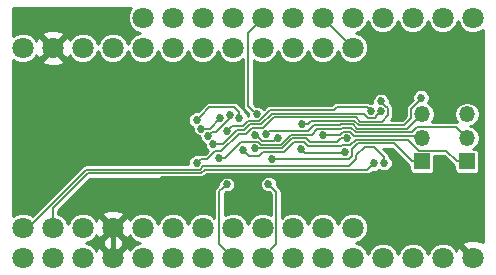
<source format=gbr>
G04 #@! TF.FileFunction,Copper,L2,Bot,Signal*
%FSLAX46Y46*%
G04 Gerber Fmt 4.6, Leading zero omitted, Abs format (unit mm)*
G04 Created by KiCad (PCBNEW 4.0.6) date 2017 July 29, Saturday 01:49:35*
%MOMM*%
%LPD*%
G01*
G04 APERTURE LIST*
%ADD10C,0.100000*%
%ADD11R,1.350000X1.350000*%
%ADD12O,1.350000X1.350000*%
%ADD13C,1.800000*%
%ADD14C,0.685800*%
%ADD15C,0.152400*%
%ADD16C,0.406400*%
%ADD17C,0.254000*%
G04 APERTURE END LIST*
D10*
D11*
X164592000Y-111220000D03*
D12*
X164592000Y-109220000D03*
X164592000Y-107220000D03*
D13*
X127000000Y-119380000D03*
X129540000Y-119380000D03*
X132080000Y-119380000D03*
X134620000Y-119380000D03*
X137160000Y-119380000D03*
X139700000Y-119380000D03*
X142240000Y-119380000D03*
X144780000Y-119380000D03*
X147320000Y-119380000D03*
X149860000Y-119380000D03*
X152400000Y-119380000D03*
X154940000Y-119380000D03*
X157480000Y-119380000D03*
X160020000Y-119380000D03*
X162560000Y-119380000D03*
X165100000Y-119380000D03*
X165100000Y-99060000D03*
X162560000Y-99060000D03*
X160020000Y-99060000D03*
X157480000Y-99060000D03*
X154940000Y-99060000D03*
X152400000Y-99060000D03*
X149860000Y-99060000D03*
X147320000Y-99060000D03*
X144780000Y-99060000D03*
X142240000Y-99060000D03*
X139700000Y-99060000D03*
X137160000Y-99060000D03*
X127000000Y-116840000D03*
X129540000Y-116840000D03*
X132080000Y-116840000D03*
X134620000Y-116840000D03*
X137160000Y-116840000D03*
X139700000Y-116840000D03*
X142240000Y-116840000D03*
X144780000Y-116840000D03*
X147320000Y-116840000D03*
X149860000Y-116840000D03*
X152400000Y-116840000D03*
X154940000Y-116840000D03*
X154940000Y-101600000D03*
X152400000Y-101600000D03*
X149860000Y-101600000D03*
X147320000Y-101600000D03*
X144780000Y-101600000D03*
X142240000Y-101600000D03*
X139700000Y-101600000D03*
X137160000Y-101600000D03*
X134620000Y-101600000D03*
X132080000Y-101600000D03*
X129540000Y-101600000D03*
X127000000Y-101600000D03*
D11*
X160782000Y-111220000D03*
D12*
X160782000Y-109220000D03*
X160782000Y-107220000D03*
D14*
X157569759Y-111338306D03*
X156716527Y-111358500D03*
X139766219Y-104241422D03*
X144150587Y-104202795D03*
X147801009Y-104202793D03*
X152455778Y-104202793D03*
X159138559Y-104164166D03*
X155893740Y-114362166D03*
X150138050Y-114323537D03*
X138472154Y-114400795D03*
X142240000Y-114554000D03*
X132080000Y-99060000D03*
X156623409Y-101771370D03*
X146050000Y-114300000D03*
X146050000Y-114300000D03*
X141836590Y-109250985D03*
X157318415Y-106141892D03*
X141713785Y-111347806D03*
X157326489Y-106983603D03*
X143120815Y-109785057D03*
X143588588Y-110924348D03*
X156487149Y-106964686D03*
X144302752Y-108621634D03*
X146625324Y-110109547D03*
X154410990Y-109260695D03*
X146623589Y-108966535D03*
X148561418Y-109222583D03*
X152401029Y-109010583D03*
X154285271Y-110403706D03*
X150503823Y-110126186D03*
X142658393Y-109085940D03*
X144520564Y-107300854D03*
X142116171Y-108437098D03*
X143707504Y-107539631D03*
X144264343Y-113118913D03*
X141704880Y-107706729D03*
X145325408Y-107535004D03*
X145636698Y-110226056D03*
X147775784Y-113108562D03*
X148095246Y-110975216D03*
X160705100Y-105826194D03*
X150646514Y-108068741D03*
X146776462Y-107213902D03*
X147576712Y-108917772D03*
D15*
X127000000Y-116840000D02*
X127434397Y-116840000D01*
X157569759Y-110853373D02*
X157569759Y-111338306D01*
X127434397Y-116840000D02*
X132355081Y-111919316D01*
X154587517Y-111602038D02*
X155218114Y-110971441D01*
X155218114Y-110971441D02*
X155218114Y-110711153D01*
X155949224Y-109980043D02*
X156696429Y-109980043D01*
X132355081Y-111919316D02*
X141958534Y-111919316D01*
X141958534Y-111919316D02*
X142275812Y-111602038D01*
X142275812Y-111602038D02*
X154587517Y-111602038D01*
X155218114Y-110711153D02*
X155949224Y-109980043D01*
X156696429Y-109980043D02*
X157569759Y-110853373D01*
X129540000Y-116840000D02*
X129540000Y-115198561D01*
X129540000Y-115198561D02*
X132514434Y-112224127D01*
X142084790Y-112224127D02*
X142402068Y-111906849D01*
X132514434Y-112224127D02*
X142084790Y-112224127D01*
X142402068Y-111906849D02*
X156168178Y-111906849D01*
X156168178Y-111906849D02*
X156373628Y-111701399D01*
X156373628Y-111701399D02*
X156716527Y-111358500D01*
D16*
X139281286Y-104241422D02*
X139766219Y-104241422D01*
X132181422Y-104241422D02*
X139281286Y-104241422D01*
X129540000Y-101600000D02*
X132181422Y-104241422D01*
X139804846Y-104202795D02*
X139766219Y-104241422D01*
X144150587Y-104202795D02*
X139804846Y-104202795D01*
X152455778Y-104202793D02*
X147801009Y-104202793D01*
X152940711Y-104202793D02*
X152455778Y-104202793D01*
X154191986Y-104202793D02*
X152940711Y-104202793D01*
X156623409Y-101771370D02*
X154191986Y-104202793D01*
X156623409Y-101771370D02*
X159016205Y-104164166D01*
X159016205Y-104164166D02*
X159138559Y-104164166D01*
X150138050Y-114323537D02*
X155855111Y-114323537D01*
X155855111Y-114323537D02*
X155893740Y-114362166D01*
X149795151Y-113980638D02*
X150138050Y-114323537D01*
X148224574Y-112410061D02*
X149795151Y-113980638D01*
X147455006Y-112410061D02*
X148224574Y-112410061D01*
X146050000Y-113815067D02*
X147455006Y-112410061D01*
X138957087Y-114400795D02*
X138472154Y-114400795D01*
X142296339Y-114053135D02*
X139806921Y-114053135D01*
X143929062Y-112420412D02*
X142296339Y-114053135D01*
X144655345Y-112420412D02*
X143929062Y-112420412D01*
X139459261Y-114400795D02*
X138957087Y-114400795D01*
X146050000Y-113815067D02*
X144655345Y-112420412D01*
X146050000Y-114300000D02*
X146050000Y-113815067D01*
X139806921Y-114053135D02*
X139459261Y-114400795D01*
X141739135Y-114053135D02*
X139806921Y-114053135D01*
X142240000Y-114554000D02*
X141739135Y-114053135D01*
X129540000Y-101600000D02*
X132080000Y-99060000D01*
X165100000Y-119380000D02*
X158058660Y-112338660D01*
X135519999Y-115940001D02*
X134620000Y-116840000D01*
X158058660Y-112338660D02*
X142580929Y-112338660D01*
X142580929Y-112338660D02*
X142263651Y-112655938D01*
X142263651Y-112655938D02*
X138804062Y-112655938D01*
X138804062Y-112655938D02*
X135519999Y-115940001D01*
X137190985Y-109250985D02*
X141351657Y-109250985D01*
X141351657Y-109250985D02*
X141836590Y-109250985D01*
X129540000Y-101600000D02*
X137190985Y-109250985D01*
X134620000Y-116840000D02*
X134620000Y-119380000D01*
D15*
X141713785Y-111347806D02*
X142056684Y-111004907D01*
X146385126Y-108395034D02*
X147344473Y-108395034D01*
X142056684Y-111004907D02*
X142626552Y-111004907D01*
X145289431Y-108874260D02*
X145905900Y-108874260D01*
X143279134Y-110352325D02*
X143811366Y-110352325D01*
X142626552Y-111004907D02*
X143279134Y-110352325D01*
X157900520Y-107300548D02*
X157900520Y-106723997D01*
X157360070Y-107840998D02*
X157900520Y-107300548D01*
X155561383Y-107840998D02*
X157360070Y-107840998D01*
X155190335Y-107469950D02*
X155561383Y-107840998D01*
X153631645Y-107469950D02*
X155190335Y-107469950D01*
X153604364Y-107497231D02*
X153631645Y-107469950D01*
X148242276Y-107497231D02*
X153604364Y-107497231D01*
X147344473Y-108395034D02*
X148242276Y-107497231D01*
X145905900Y-108874260D02*
X146385126Y-108395034D01*
X143811366Y-110352325D02*
X145289431Y-108874260D01*
X157900520Y-106723997D02*
X157661314Y-106484791D01*
X157661314Y-106484791D02*
X157318415Y-106141892D01*
X148047076Y-107192420D02*
X153478108Y-107192420D01*
X153478108Y-107192420D02*
X153505389Y-107165139D01*
X153505389Y-107165139D02*
X155841780Y-107165139D01*
X146223012Y-108090223D02*
X147149273Y-108090223D01*
X147149273Y-108090223D02*
X148047076Y-107192420D01*
X145747277Y-108565958D02*
X146223012Y-108090223D01*
X145166666Y-108565958D02*
X145747277Y-108565958D01*
X143947567Y-109785057D02*
X145166666Y-108565958D01*
X143120815Y-109785057D02*
X143947567Y-109785057D01*
X155841780Y-107165139D02*
X156212828Y-107536187D01*
X156212828Y-107536187D02*
X156773905Y-107536187D01*
X156773905Y-107536187D02*
X156983590Y-107326502D01*
X156983590Y-107326502D02*
X157326489Y-106983603D01*
X154010413Y-108384383D02*
X154811567Y-108384383D01*
X143588588Y-110924348D02*
X144073521Y-110924348D01*
X146899646Y-109538045D02*
X147155694Y-109794093D01*
X145459824Y-109538045D02*
X146899646Y-109538045D01*
X144073521Y-110924348D02*
X145459824Y-109538045D01*
X153955714Y-108439082D02*
X154010413Y-108384383D01*
X151434298Y-108945054D02*
X151940270Y-108439082D01*
X149671356Y-108945054D02*
X151434298Y-108945054D01*
X148822317Y-109794093D02*
X149671356Y-108945054D01*
X147155694Y-109794093D02*
X148822317Y-109794093D01*
X151940270Y-108439082D02*
X153955714Y-108439082D01*
X154811567Y-108384383D02*
X155182615Y-108755431D01*
X155182615Y-108755431D02*
X159909239Y-108755431D01*
X159909239Y-108755431D02*
X160348271Y-108316399D01*
X160348271Y-108316399D02*
X163688399Y-108316399D01*
X163688399Y-108316399D02*
X163917001Y-108545001D01*
X163917001Y-108545001D02*
X164592000Y-109220000D01*
X156144250Y-106621787D02*
X156487149Y-106964686D01*
X153617674Y-106621787D02*
X156144250Y-106621787D01*
X153351852Y-106887609D02*
X153617674Y-106621787D01*
X146096756Y-107785412D02*
X147023017Y-107785412D01*
X145663984Y-108218185D02*
X146096756Y-107785412D01*
X144706201Y-108218185D02*
X145663984Y-108218185D01*
X144302752Y-108621634D02*
X144706201Y-108218185D01*
X147920820Y-106887609D02*
X153351852Y-106887609D01*
X147023017Y-107785412D02*
X147920820Y-106887609D01*
X149797612Y-109249865D02*
X148948573Y-110098904D01*
X148948573Y-110098904D02*
X147120900Y-110098904D01*
X147120900Y-110098904D02*
X147110257Y-110109547D01*
X147110257Y-110109547D02*
X146625324Y-110109547D01*
X150945891Y-109249865D02*
X149797612Y-109249865D01*
X151278119Y-109582093D02*
X150945891Y-109249865D01*
X153604659Y-109582093D02*
X151278119Y-109582093D01*
X153926057Y-109260695D02*
X153604659Y-109582093D01*
X154410990Y-109260695D02*
X153926057Y-109260695D01*
X146759202Y-108966535D02*
X146623589Y-108966535D01*
X147281949Y-109489282D02*
X146759202Y-108966535D01*
X148294719Y-109489282D02*
X147281949Y-109489282D01*
X148561418Y-109222583D02*
X148294719Y-109489282D01*
X152401029Y-109010583D02*
X152885962Y-109010583D01*
X155056359Y-109060242D02*
X160622242Y-109060242D01*
X152885962Y-109010583D02*
X152940661Y-108955884D01*
X152940661Y-108955884D02*
X153869979Y-108955884D01*
X153869979Y-108955884D02*
X154136669Y-108689194D01*
X154136669Y-108689194D02*
X154685311Y-108689194D01*
X154685311Y-108689194D02*
X155056359Y-109060242D01*
X160622242Y-109060242D02*
X160782000Y-109220000D01*
X152400000Y-99060000D02*
X154940000Y-101600000D01*
X154219892Y-110469085D02*
X154285271Y-110403706D01*
X150846722Y-110469085D02*
X154219892Y-110469085D01*
X150503823Y-110126186D02*
X150846722Y-110469085D01*
X143337487Y-108743041D02*
X143001292Y-108743041D01*
X143001292Y-108743041D02*
X142658393Y-109085940D01*
X144520564Y-107300854D02*
X144520564Y-107559964D01*
X144520564Y-107559964D02*
X143337487Y-108743041D01*
X143707504Y-107539631D02*
X142810037Y-108437098D01*
X142810037Y-108437098D02*
X142601104Y-108437098D01*
X142601104Y-108437098D02*
X142116171Y-108437098D01*
X144780000Y-119380000D02*
X143640543Y-118240543D01*
X143640543Y-113742713D02*
X143921444Y-113461812D01*
X143921444Y-113461812D02*
X144264343Y-113118913D01*
X143640543Y-118240543D02*
X143640543Y-113742713D01*
X142784448Y-106627161D02*
X142047779Y-107363830D01*
X144902498Y-106627161D02*
X142784448Y-106627161D01*
X142047779Y-107363830D02*
X141704880Y-107706729D01*
X145325408Y-107050071D02*
X144902498Y-106627161D01*
X145325408Y-107535004D02*
X145325408Y-107050071D01*
X145636698Y-110226056D02*
X146154932Y-110744290D01*
X150819635Y-109554676D02*
X151151863Y-109886904D01*
X159589723Y-109365053D02*
X160541069Y-110316399D01*
X146154932Y-110744290D02*
X147023260Y-110744290D01*
X154010950Y-109832205D02*
X154733577Y-109832205D01*
X162860999Y-110316399D02*
X163764600Y-111220000D01*
X147023260Y-110744290D02*
X147363835Y-110403715D01*
X147363835Y-110403715D02*
X149074829Y-110403715D01*
X153956251Y-109886904D02*
X154010950Y-109832205D01*
X149074829Y-110403715D02*
X149923868Y-109554676D01*
X149923868Y-109554676D02*
X150819635Y-109554676D01*
X163764600Y-111220000D02*
X164592000Y-111220000D01*
X151151863Y-109886904D02*
X153956251Y-109886904D01*
X154733577Y-109832205D02*
X155200729Y-109365053D01*
X155200729Y-109365053D02*
X159589723Y-109365053D01*
X160541069Y-110316399D02*
X162860999Y-110316399D01*
X148118683Y-113451461D02*
X147775784Y-113108562D01*
X148448601Y-113781379D02*
X148118683Y-113451461D01*
X147320000Y-119380000D02*
X148448601Y-118251399D01*
X148448601Y-118251399D02*
X148448601Y-113781379D01*
X154627892Y-110975216D02*
X154856781Y-110746327D01*
X148095246Y-110975216D02*
X154627892Y-110975216D01*
X154856781Y-110746327D02*
X154856781Y-110167252D01*
X159954600Y-111220000D02*
X160782000Y-111220000D01*
X158404464Y-109669864D02*
X159954600Y-111220000D01*
X155354169Y-109669864D02*
X158404464Y-109669864D01*
X154856781Y-110167252D02*
X155354169Y-109669864D01*
X150646514Y-108068741D02*
X151131447Y-108068741D01*
X151131447Y-108068741D02*
X151370728Y-107829460D01*
X151370728Y-107829460D02*
X153703202Y-107829460D01*
X153703202Y-107829460D02*
X153757901Y-107774761D01*
X155435127Y-108145809D02*
X159290772Y-108145809D01*
X153757901Y-107774761D02*
X155064079Y-107774761D01*
X155064079Y-107774761D02*
X155435127Y-108145809D01*
X159290772Y-108145809D02*
X159878399Y-107558182D01*
X159878399Y-107558182D02*
X159878399Y-106786271D01*
X159878399Y-106786271D02*
X160616055Y-106048615D01*
X160616055Y-106048615D02*
X160616055Y-105915239D01*
X160616055Y-105915239D02*
X160705100Y-105826194D01*
X147576712Y-108917772D02*
X147854241Y-108640243D01*
X147854241Y-108640243D02*
X151115421Y-108640243D01*
X151115421Y-108640243D02*
X151621393Y-108134271D01*
X153884157Y-108079572D02*
X154937823Y-108079572D01*
X155308871Y-108450620D02*
X159551380Y-108450620D01*
X151621393Y-108134271D02*
X153829458Y-108134271D01*
X159551380Y-108450620D02*
X160107001Y-107894999D01*
X153829458Y-108134271D02*
X153884157Y-108079572D01*
X154937823Y-108079572D02*
X155308871Y-108450620D01*
X160107001Y-107894999D02*
X160782000Y-107220000D01*
X146067569Y-100312431D02*
X146067569Y-106505009D01*
X147320000Y-99060000D02*
X146067569Y-100312431D01*
X146067569Y-106505009D02*
X146433563Y-106871003D01*
X146433563Y-106871003D02*
X146776462Y-107213902D01*
D17*
G36*
X164013388Y-99784680D02*
X164373425Y-100145345D01*
X164844076Y-100340777D01*
X165353689Y-100341222D01*
X165824680Y-100146612D01*
X165914000Y-100057448D01*
X165914000Y-118043303D01*
X165340664Y-117833542D01*
X164730540Y-117859161D01*
X164285852Y-118043357D01*
X164199446Y-118299841D01*
X165100000Y-119200395D01*
X165114143Y-119186253D01*
X165293748Y-119365858D01*
X165279605Y-119380000D01*
X165293748Y-119394143D01*
X165114143Y-119573748D01*
X165100000Y-119559605D01*
X165085858Y-119573748D01*
X164906253Y-119394143D01*
X164920395Y-119380000D01*
X164019841Y-118479446D01*
X163763357Y-118565852D01*
X163691170Y-118763159D01*
X163646612Y-118655320D01*
X163286575Y-118294655D01*
X162815924Y-118099223D01*
X162306311Y-118098778D01*
X161835320Y-118293388D01*
X161474655Y-118653425D01*
X161289787Y-119098636D01*
X161106612Y-118655320D01*
X160746575Y-118294655D01*
X160275924Y-118099223D01*
X159766311Y-118098778D01*
X159295320Y-118293388D01*
X158934655Y-118653425D01*
X158749787Y-119098636D01*
X158566612Y-118655320D01*
X158206575Y-118294655D01*
X157735924Y-118099223D01*
X157226311Y-118098778D01*
X156755320Y-118293388D01*
X156394655Y-118653425D01*
X156209787Y-119098636D01*
X156026612Y-118655320D01*
X155666575Y-118294655D01*
X155221364Y-118109787D01*
X155664680Y-117926612D01*
X156025345Y-117566575D01*
X156220777Y-117095924D01*
X156221222Y-116586311D01*
X156026612Y-116115320D01*
X155666575Y-115754655D01*
X155195924Y-115559223D01*
X154686311Y-115558778D01*
X154215320Y-115753388D01*
X153854655Y-116113425D01*
X153669787Y-116558636D01*
X153486612Y-116115320D01*
X153126575Y-115754655D01*
X152655924Y-115559223D01*
X152146311Y-115558778D01*
X151675320Y-115753388D01*
X151314655Y-116113425D01*
X151129787Y-116558636D01*
X150946612Y-116115320D01*
X150586575Y-115754655D01*
X150115924Y-115559223D01*
X149606311Y-115558778D01*
X149135320Y-115753388D01*
X148905801Y-115982507D01*
X148905801Y-113781379D01*
X148870999Y-113606416D01*
X148845163Y-113567750D01*
X148771891Y-113458090D01*
X148499617Y-113185817D01*
X148499809Y-112965201D01*
X148389834Y-112699041D01*
X148186376Y-112495227D01*
X147920408Y-112384788D01*
X147632423Y-112384537D01*
X147366263Y-112494512D01*
X147162449Y-112697970D01*
X147052010Y-112963938D01*
X147051759Y-113251923D01*
X147161734Y-113518083D01*
X147365192Y-113721897D01*
X147631160Y-113832336D01*
X147853173Y-113832530D01*
X147991401Y-113970758D01*
X147991401Y-115731745D01*
X147575924Y-115559223D01*
X147066311Y-115558778D01*
X146595320Y-115753388D01*
X146234655Y-116113425D01*
X146049787Y-116558636D01*
X145866612Y-116115320D01*
X145506575Y-115754655D01*
X145035924Y-115559223D01*
X144526311Y-115558778D01*
X144097743Y-115735859D01*
X144097743Y-113932091D01*
X144187088Y-113842746D01*
X144407704Y-113842938D01*
X144673864Y-113732963D01*
X144877678Y-113529505D01*
X144988117Y-113263537D01*
X144988368Y-112975552D01*
X144878393Y-112709392D01*
X144674935Y-112505578D01*
X144408967Y-112395139D01*
X144120982Y-112394888D01*
X143854822Y-112504863D01*
X143651008Y-112708321D01*
X143540569Y-112974289D01*
X143540375Y-113196303D01*
X143317254Y-113419424D01*
X143218145Y-113567750D01*
X143183343Y-113742713D01*
X143183343Y-115971801D01*
X142966575Y-115754655D01*
X142495924Y-115559223D01*
X141986311Y-115558778D01*
X141515320Y-115753388D01*
X141154655Y-116113425D01*
X140969787Y-116558636D01*
X140786612Y-116115320D01*
X140426575Y-115754655D01*
X139955924Y-115559223D01*
X139446311Y-115558778D01*
X138975320Y-115753388D01*
X138614655Y-116113425D01*
X138429787Y-116558636D01*
X138246612Y-116115320D01*
X137886575Y-115754655D01*
X137415924Y-115559223D01*
X136906311Y-115558778D01*
X136435320Y-115753388D01*
X136074655Y-116113425D01*
X136033736Y-116211970D01*
X135956643Y-116025852D01*
X135700159Y-115939446D01*
X134799605Y-116840000D01*
X135700159Y-117740554D01*
X135956643Y-117654148D01*
X136028830Y-117456841D01*
X136073388Y-117564680D01*
X136433425Y-117925345D01*
X136878636Y-118110213D01*
X136435320Y-118293388D01*
X136074655Y-118653425D01*
X136033736Y-118751970D01*
X135956643Y-118565852D01*
X135700159Y-118479446D01*
X134799605Y-119380000D01*
X134813748Y-119394143D01*
X134634143Y-119573748D01*
X134620000Y-119559605D01*
X134605858Y-119573748D01*
X134426253Y-119394143D01*
X134440395Y-119380000D01*
X133539841Y-118479446D01*
X133283357Y-118565852D01*
X133211170Y-118763159D01*
X133166612Y-118655320D01*
X132806575Y-118294655D01*
X132361364Y-118109787D01*
X132804680Y-117926612D01*
X132811144Y-117920159D01*
X133719446Y-117920159D01*
X133783401Y-118110000D01*
X133719446Y-118299841D01*
X134620000Y-119200395D01*
X135520554Y-118299841D01*
X135456599Y-118110000D01*
X135520554Y-117920159D01*
X134620000Y-117019605D01*
X133719446Y-117920159D01*
X132811144Y-117920159D01*
X133165345Y-117566575D01*
X133206264Y-117468030D01*
X133283357Y-117654148D01*
X133539841Y-117740554D01*
X134440395Y-116840000D01*
X133539841Y-115939446D01*
X133283357Y-116025852D01*
X133211170Y-116223159D01*
X133166612Y-116115320D01*
X132811752Y-115759841D01*
X133719446Y-115759841D01*
X134620000Y-116660395D01*
X135520554Y-115759841D01*
X135434148Y-115503357D01*
X134860664Y-115293542D01*
X134250540Y-115319161D01*
X133805852Y-115503357D01*
X133719446Y-115759841D01*
X132811752Y-115759841D01*
X132806575Y-115754655D01*
X132335924Y-115559223D01*
X131826311Y-115558778D01*
X131355320Y-115753388D01*
X130994655Y-116113425D01*
X130809787Y-116558636D01*
X130626612Y-116115320D01*
X130266575Y-115754655D01*
X129997200Y-115642800D01*
X129997200Y-115387939D01*
X132703812Y-112681327D01*
X142084790Y-112681327D01*
X142259753Y-112646525D01*
X142408079Y-112547416D01*
X142591446Y-112364049D01*
X156168178Y-112364049D01*
X156343141Y-112329247D01*
X156491467Y-112230138D01*
X156639272Y-112082333D01*
X156859888Y-112082525D01*
X157126048Y-111972550D01*
X157153091Y-111945554D01*
X157159167Y-111951641D01*
X157425135Y-112062080D01*
X157713120Y-112062331D01*
X157979280Y-111952356D01*
X158183094Y-111748898D01*
X158293533Y-111482930D01*
X158293784Y-111194945D01*
X158183809Y-110928785D01*
X158006661Y-110751327D01*
X157992157Y-110678410D01*
X157893048Y-110530084D01*
X157490028Y-110127064D01*
X158215086Y-110127064D01*
X159631311Y-111543289D01*
X159718536Y-111601571D01*
X159718536Y-111895000D01*
X159745103Y-112036190D01*
X159828546Y-112165865D01*
X159955866Y-112252859D01*
X160107000Y-112283464D01*
X161457000Y-112283464D01*
X161598190Y-112256897D01*
X161727865Y-112173454D01*
X161814859Y-112046134D01*
X161845464Y-111895000D01*
X161845464Y-110773599D01*
X162671621Y-110773599D01*
X163441311Y-111543289D01*
X163528536Y-111601571D01*
X163528536Y-111895000D01*
X163555103Y-112036190D01*
X163638546Y-112165865D01*
X163765866Y-112252859D01*
X163917000Y-112283464D01*
X165267000Y-112283464D01*
X165408190Y-112256897D01*
X165537865Y-112173454D01*
X165624859Y-112046134D01*
X165655464Y-111895000D01*
X165655464Y-110545000D01*
X165628897Y-110403810D01*
X165545454Y-110274135D01*
X165418134Y-110187141D01*
X165267000Y-110156536D01*
X165075291Y-110156536D01*
X165359393Y-109966705D01*
X165588305Y-109624114D01*
X165668688Y-109220000D01*
X165588305Y-108815886D01*
X165359393Y-108473295D01*
X165016802Y-108244383D01*
X164894220Y-108220000D01*
X165016802Y-108195617D01*
X165359393Y-107966705D01*
X165588305Y-107624114D01*
X165668688Y-107220000D01*
X165588305Y-106815886D01*
X165359393Y-106473295D01*
X165016802Y-106244383D01*
X164612688Y-106164000D01*
X164571312Y-106164000D01*
X164167198Y-106244383D01*
X163824607Y-106473295D01*
X163595695Y-106815886D01*
X163515312Y-107220000D01*
X163595695Y-107624114D01*
X163762641Y-107873967D01*
X163688399Y-107859199D01*
X161621226Y-107859199D01*
X161778305Y-107624114D01*
X161858688Y-107220000D01*
X161778305Y-106815886D01*
X161549393Y-106473295D01*
X161269115Y-106286019D01*
X161318435Y-106236786D01*
X161428874Y-105970818D01*
X161429125Y-105682833D01*
X161319150Y-105416673D01*
X161115692Y-105212859D01*
X160849724Y-105102420D01*
X160561739Y-105102169D01*
X160295579Y-105212144D01*
X160091765Y-105415602D01*
X159981326Y-105681570D01*
X159981075Y-105969555D01*
X160000800Y-106017292D01*
X159555110Y-106462982D01*
X159456001Y-106611308D01*
X159421199Y-106786271D01*
X159421199Y-107368804D01*
X159101394Y-107688609D01*
X158159037Y-107688609D01*
X158223809Y-107623837D01*
X158322918Y-107475511D01*
X158357720Y-107300548D01*
X158357720Y-106723997D01*
X158322918Y-106549034D01*
X158223809Y-106400708D01*
X158042248Y-106219147D01*
X158042440Y-105998531D01*
X157932465Y-105732371D01*
X157729007Y-105528557D01*
X157463039Y-105418118D01*
X157175054Y-105417867D01*
X156908894Y-105527842D01*
X156705080Y-105731300D01*
X156594641Y-105997268D01*
X156594429Y-106240879D01*
X156381029Y-106240693D01*
X156319213Y-106199389D01*
X156144250Y-106164587D01*
X153617674Y-106164587D01*
X153442711Y-106199389D01*
X153294385Y-106298498D01*
X153162474Y-106430409D01*
X147920820Y-106430409D01*
X147745857Y-106465211D01*
X147597531Y-106564320D01*
X147374005Y-106787846D01*
X147187054Y-106600567D01*
X146921086Y-106490128D01*
X146699072Y-106489934D01*
X146524769Y-106315631D01*
X146524769Y-102616569D01*
X146593425Y-102685345D01*
X147064076Y-102880777D01*
X147573689Y-102881222D01*
X148044680Y-102686612D01*
X148405345Y-102326575D01*
X148590213Y-101881364D01*
X148773388Y-102324680D01*
X149133425Y-102685345D01*
X149604076Y-102880777D01*
X150113689Y-102881222D01*
X150584680Y-102686612D01*
X150945345Y-102326575D01*
X151130213Y-101881364D01*
X151313388Y-102324680D01*
X151673425Y-102685345D01*
X152144076Y-102880777D01*
X152653689Y-102881222D01*
X153124680Y-102686612D01*
X153485345Y-102326575D01*
X153670213Y-101881364D01*
X153853388Y-102324680D01*
X154213425Y-102685345D01*
X154684076Y-102880777D01*
X155193689Y-102881222D01*
X155664680Y-102686612D01*
X156025345Y-102326575D01*
X156220777Y-101855924D01*
X156221222Y-101346311D01*
X156026612Y-100875320D01*
X155666575Y-100514655D01*
X155221364Y-100329787D01*
X155664680Y-100146612D01*
X156025345Y-99786575D01*
X156210213Y-99341364D01*
X156393388Y-99784680D01*
X156753425Y-100145345D01*
X157224076Y-100340777D01*
X157733689Y-100341222D01*
X158204680Y-100146612D01*
X158565345Y-99786575D01*
X158750213Y-99341364D01*
X158933388Y-99784680D01*
X159293425Y-100145345D01*
X159764076Y-100340777D01*
X160273689Y-100341222D01*
X160744680Y-100146612D01*
X161105345Y-99786575D01*
X161290213Y-99341364D01*
X161473388Y-99784680D01*
X161833425Y-100145345D01*
X162304076Y-100340777D01*
X162813689Y-100341222D01*
X163284680Y-100146612D01*
X163645345Y-99786575D01*
X163830213Y-99341364D01*
X164013388Y-99784680D01*
X164013388Y-99784680D01*
G37*
X164013388Y-99784680D02*
X164373425Y-100145345D01*
X164844076Y-100340777D01*
X165353689Y-100341222D01*
X165824680Y-100146612D01*
X165914000Y-100057448D01*
X165914000Y-118043303D01*
X165340664Y-117833542D01*
X164730540Y-117859161D01*
X164285852Y-118043357D01*
X164199446Y-118299841D01*
X165100000Y-119200395D01*
X165114143Y-119186253D01*
X165293748Y-119365858D01*
X165279605Y-119380000D01*
X165293748Y-119394143D01*
X165114143Y-119573748D01*
X165100000Y-119559605D01*
X165085858Y-119573748D01*
X164906253Y-119394143D01*
X164920395Y-119380000D01*
X164019841Y-118479446D01*
X163763357Y-118565852D01*
X163691170Y-118763159D01*
X163646612Y-118655320D01*
X163286575Y-118294655D01*
X162815924Y-118099223D01*
X162306311Y-118098778D01*
X161835320Y-118293388D01*
X161474655Y-118653425D01*
X161289787Y-119098636D01*
X161106612Y-118655320D01*
X160746575Y-118294655D01*
X160275924Y-118099223D01*
X159766311Y-118098778D01*
X159295320Y-118293388D01*
X158934655Y-118653425D01*
X158749787Y-119098636D01*
X158566612Y-118655320D01*
X158206575Y-118294655D01*
X157735924Y-118099223D01*
X157226311Y-118098778D01*
X156755320Y-118293388D01*
X156394655Y-118653425D01*
X156209787Y-119098636D01*
X156026612Y-118655320D01*
X155666575Y-118294655D01*
X155221364Y-118109787D01*
X155664680Y-117926612D01*
X156025345Y-117566575D01*
X156220777Y-117095924D01*
X156221222Y-116586311D01*
X156026612Y-116115320D01*
X155666575Y-115754655D01*
X155195924Y-115559223D01*
X154686311Y-115558778D01*
X154215320Y-115753388D01*
X153854655Y-116113425D01*
X153669787Y-116558636D01*
X153486612Y-116115320D01*
X153126575Y-115754655D01*
X152655924Y-115559223D01*
X152146311Y-115558778D01*
X151675320Y-115753388D01*
X151314655Y-116113425D01*
X151129787Y-116558636D01*
X150946612Y-116115320D01*
X150586575Y-115754655D01*
X150115924Y-115559223D01*
X149606311Y-115558778D01*
X149135320Y-115753388D01*
X148905801Y-115982507D01*
X148905801Y-113781379D01*
X148870999Y-113606416D01*
X148845163Y-113567750D01*
X148771891Y-113458090D01*
X148499617Y-113185817D01*
X148499809Y-112965201D01*
X148389834Y-112699041D01*
X148186376Y-112495227D01*
X147920408Y-112384788D01*
X147632423Y-112384537D01*
X147366263Y-112494512D01*
X147162449Y-112697970D01*
X147052010Y-112963938D01*
X147051759Y-113251923D01*
X147161734Y-113518083D01*
X147365192Y-113721897D01*
X147631160Y-113832336D01*
X147853173Y-113832530D01*
X147991401Y-113970758D01*
X147991401Y-115731745D01*
X147575924Y-115559223D01*
X147066311Y-115558778D01*
X146595320Y-115753388D01*
X146234655Y-116113425D01*
X146049787Y-116558636D01*
X145866612Y-116115320D01*
X145506575Y-115754655D01*
X145035924Y-115559223D01*
X144526311Y-115558778D01*
X144097743Y-115735859D01*
X144097743Y-113932091D01*
X144187088Y-113842746D01*
X144407704Y-113842938D01*
X144673864Y-113732963D01*
X144877678Y-113529505D01*
X144988117Y-113263537D01*
X144988368Y-112975552D01*
X144878393Y-112709392D01*
X144674935Y-112505578D01*
X144408967Y-112395139D01*
X144120982Y-112394888D01*
X143854822Y-112504863D01*
X143651008Y-112708321D01*
X143540569Y-112974289D01*
X143540375Y-113196303D01*
X143317254Y-113419424D01*
X143218145Y-113567750D01*
X143183343Y-113742713D01*
X143183343Y-115971801D01*
X142966575Y-115754655D01*
X142495924Y-115559223D01*
X141986311Y-115558778D01*
X141515320Y-115753388D01*
X141154655Y-116113425D01*
X140969787Y-116558636D01*
X140786612Y-116115320D01*
X140426575Y-115754655D01*
X139955924Y-115559223D01*
X139446311Y-115558778D01*
X138975320Y-115753388D01*
X138614655Y-116113425D01*
X138429787Y-116558636D01*
X138246612Y-116115320D01*
X137886575Y-115754655D01*
X137415924Y-115559223D01*
X136906311Y-115558778D01*
X136435320Y-115753388D01*
X136074655Y-116113425D01*
X136033736Y-116211970D01*
X135956643Y-116025852D01*
X135700159Y-115939446D01*
X134799605Y-116840000D01*
X135700159Y-117740554D01*
X135956643Y-117654148D01*
X136028830Y-117456841D01*
X136073388Y-117564680D01*
X136433425Y-117925345D01*
X136878636Y-118110213D01*
X136435320Y-118293388D01*
X136074655Y-118653425D01*
X136033736Y-118751970D01*
X135956643Y-118565852D01*
X135700159Y-118479446D01*
X134799605Y-119380000D01*
X134813748Y-119394143D01*
X134634143Y-119573748D01*
X134620000Y-119559605D01*
X134605858Y-119573748D01*
X134426253Y-119394143D01*
X134440395Y-119380000D01*
X133539841Y-118479446D01*
X133283357Y-118565852D01*
X133211170Y-118763159D01*
X133166612Y-118655320D01*
X132806575Y-118294655D01*
X132361364Y-118109787D01*
X132804680Y-117926612D01*
X132811144Y-117920159D01*
X133719446Y-117920159D01*
X133783401Y-118110000D01*
X133719446Y-118299841D01*
X134620000Y-119200395D01*
X135520554Y-118299841D01*
X135456599Y-118110000D01*
X135520554Y-117920159D01*
X134620000Y-117019605D01*
X133719446Y-117920159D01*
X132811144Y-117920159D01*
X133165345Y-117566575D01*
X133206264Y-117468030D01*
X133283357Y-117654148D01*
X133539841Y-117740554D01*
X134440395Y-116840000D01*
X133539841Y-115939446D01*
X133283357Y-116025852D01*
X133211170Y-116223159D01*
X133166612Y-116115320D01*
X132811752Y-115759841D01*
X133719446Y-115759841D01*
X134620000Y-116660395D01*
X135520554Y-115759841D01*
X135434148Y-115503357D01*
X134860664Y-115293542D01*
X134250540Y-115319161D01*
X133805852Y-115503357D01*
X133719446Y-115759841D01*
X132811752Y-115759841D01*
X132806575Y-115754655D01*
X132335924Y-115559223D01*
X131826311Y-115558778D01*
X131355320Y-115753388D01*
X130994655Y-116113425D01*
X130809787Y-116558636D01*
X130626612Y-116115320D01*
X130266575Y-115754655D01*
X129997200Y-115642800D01*
X129997200Y-115387939D01*
X132703812Y-112681327D01*
X142084790Y-112681327D01*
X142259753Y-112646525D01*
X142408079Y-112547416D01*
X142591446Y-112364049D01*
X156168178Y-112364049D01*
X156343141Y-112329247D01*
X156491467Y-112230138D01*
X156639272Y-112082333D01*
X156859888Y-112082525D01*
X157126048Y-111972550D01*
X157153091Y-111945554D01*
X157159167Y-111951641D01*
X157425135Y-112062080D01*
X157713120Y-112062331D01*
X157979280Y-111952356D01*
X158183094Y-111748898D01*
X158293533Y-111482930D01*
X158293784Y-111194945D01*
X158183809Y-110928785D01*
X158006661Y-110751327D01*
X157992157Y-110678410D01*
X157893048Y-110530084D01*
X157490028Y-110127064D01*
X158215086Y-110127064D01*
X159631311Y-111543289D01*
X159718536Y-111601571D01*
X159718536Y-111895000D01*
X159745103Y-112036190D01*
X159828546Y-112165865D01*
X159955866Y-112252859D01*
X160107000Y-112283464D01*
X161457000Y-112283464D01*
X161598190Y-112256897D01*
X161727865Y-112173454D01*
X161814859Y-112046134D01*
X161845464Y-111895000D01*
X161845464Y-110773599D01*
X162671621Y-110773599D01*
X163441311Y-111543289D01*
X163528536Y-111601571D01*
X163528536Y-111895000D01*
X163555103Y-112036190D01*
X163638546Y-112165865D01*
X163765866Y-112252859D01*
X163917000Y-112283464D01*
X165267000Y-112283464D01*
X165408190Y-112256897D01*
X165537865Y-112173454D01*
X165624859Y-112046134D01*
X165655464Y-111895000D01*
X165655464Y-110545000D01*
X165628897Y-110403810D01*
X165545454Y-110274135D01*
X165418134Y-110187141D01*
X165267000Y-110156536D01*
X165075291Y-110156536D01*
X165359393Y-109966705D01*
X165588305Y-109624114D01*
X165668688Y-109220000D01*
X165588305Y-108815886D01*
X165359393Y-108473295D01*
X165016802Y-108244383D01*
X164894220Y-108220000D01*
X165016802Y-108195617D01*
X165359393Y-107966705D01*
X165588305Y-107624114D01*
X165668688Y-107220000D01*
X165588305Y-106815886D01*
X165359393Y-106473295D01*
X165016802Y-106244383D01*
X164612688Y-106164000D01*
X164571312Y-106164000D01*
X164167198Y-106244383D01*
X163824607Y-106473295D01*
X163595695Y-106815886D01*
X163515312Y-107220000D01*
X163595695Y-107624114D01*
X163762641Y-107873967D01*
X163688399Y-107859199D01*
X161621226Y-107859199D01*
X161778305Y-107624114D01*
X161858688Y-107220000D01*
X161778305Y-106815886D01*
X161549393Y-106473295D01*
X161269115Y-106286019D01*
X161318435Y-106236786D01*
X161428874Y-105970818D01*
X161429125Y-105682833D01*
X161319150Y-105416673D01*
X161115692Y-105212859D01*
X160849724Y-105102420D01*
X160561739Y-105102169D01*
X160295579Y-105212144D01*
X160091765Y-105415602D01*
X159981326Y-105681570D01*
X159981075Y-105969555D01*
X160000800Y-106017292D01*
X159555110Y-106462982D01*
X159456001Y-106611308D01*
X159421199Y-106786271D01*
X159421199Y-107368804D01*
X159101394Y-107688609D01*
X158159037Y-107688609D01*
X158223809Y-107623837D01*
X158322918Y-107475511D01*
X158357720Y-107300548D01*
X158357720Y-106723997D01*
X158322918Y-106549034D01*
X158223809Y-106400708D01*
X158042248Y-106219147D01*
X158042440Y-105998531D01*
X157932465Y-105732371D01*
X157729007Y-105528557D01*
X157463039Y-105418118D01*
X157175054Y-105417867D01*
X156908894Y-105527842D01*
X156705080Y-105731300D01*
X156594641Y-105997268D01*
X156594429Y-106240879D01*
X156381029Y-106240693D01*
X156319213Y-106199389D01*
X156144250Y-106164587D01*
X153617674Y-106164587D01*
X153442711Y-106199389D01*
X153294385Y-106298498D01*
X153162474Y-106430409D01*
X147920820Y-106430409D01*
X147745857Y-106465211D01*
X147597531Y-106564320D01*
X147374005Y-106787846D01*
X147187054Y-106600567D01*
X146921086Y-106490128D01*
X146699072Y-106489934D01*
X146524769Y-106315631D01*
X146524769Y-102616569D01*
X146593425Y-102685345D01*
X147064076Y-102880777D01*
X147573689Y-102881222D01*
X148044680Y-102686612D01*
X148405345Y-102326575D01*
X148590213Y-101881364D01*
X148773388Y-102324680D01*
X149133425Y-102685345D01*
X149604076Y-102880777D01*
X150113689Y-102881222D01*
X150584680Y-102686612D01*
X150945345Y-102326575D01*
X151130213Y-101881364D01*
X151313388Y-102324680D01*
X151673425Y-102685345D01*
X152144076Y-102880777D01*
X152653689Y-102881222D01*
X153124680Y-102686612D01*
X153485345Y-102326575D01*
X153670213Y-101881364D01*
X153853388Y-102324680D01*
X154213425Y-102685345D01*
X154684076Y-102880777D01*
X155193689Y-102881222D01*
X155664680Y-102686612D01*
X156025345Y-102326575D01*
X156220777Y-101855924D01*
X156221222Y-101346311D01*
X156026612Y-100875320D01*
X155666575Y-100514655D01*
X155221364Y-100329787D01*
X155664680Y-100146612D01*
X156025345Y-99786575D01*
X156210213Y-99341364D01*
X156393388Y-99784680D01*
X156753425Y-100145345D01*
X157224076Y-100340777D01*
X157733689Y-100341222D01*
X158204680Y-100146612D01*
X158565345Y-99786575D01*
X158750213Y-99341364D01*
X158933388Y-99784680D01*
X159293425Y-100145345D01*
X159764076Y-100340777D01*
X160273689Y-100341222D01*
X160744680Y-100146612D01*
X161105345Y-99786575D01*
X161290213Y-99341364D01*
X161473388Y-99784680D01*
X161833425Y-100145345D01*
X162304076Y-100340777D01*
X162813689Y-100341222D01*
X163284680Y-100146612D01*
X163645345Y-99786575D01*
X163830213Y-99341364D01*
X164013388Y-99784680D01*
G36*
X136074655Y-98333425D02*
X135879223Y-98804076D01*
X135878778Y-99313689D01*
X136073388Y-99784680D01*
X136433425Y-100145345D01*
X136878636Y-100330213D01*
X136435320Y-100513388D01*
X136074655Y-100873425D01*
X135889787Y-101318636D01*
X135706612Y-100875320D01*
X135346575Y-100514655D01*
X134875924Y-100319223D01*
X134366311Y-100318778D01*
X133895320Y-100513388D01*
X133534655Y-100873425D01*
X133349787Y-101318636D01*
X133166612Y-100875320D01*
X132806575Y-100514655D01*
X132335924Y-100319223D01*
X131826311Y-100318778D01*
X131355320Y-100513388D01*
X130994655Y-100873425D01*
X130953736Y-100971970D01*
X130876643Y-100785852D01*
X130620159Y-100699446D01*
X129719605Y-101600000D01*
X130620159Y-102500554D01*
X130876643Y-102414148D01*
X130948830Y-102216841D01*
X130993388Y-102324680D01*
X131353425Y-102685345D01*
X131824076Y-102880777D01*
X132333689Y-102881222D01*
X132804680Y-102686612D01*
X133165345Y-102326575D01*
X133350213Y-101881364D01*
X133533388Y-102324680D01*
X133893425Y-102685345D01*
X134364076Y-102880777D01*
X134873689Y-102881222D01*
X135344680Y-102686612D01*
X135705345Y-102326575D01*
X135890213Y-101881364D01*
X136073388Y-102324680D01*
X136433425Y-102685345D01*
X136904076Y-102880777D01*
X137413689Y-102881222D01*
X137884680Y-102686612D01*
X138245345Y-102326575D01*
X138430213Y-101881364D01*
X138613388Y-102324680D01*
X138973425Y-102685345D01*
X139444076Y-102880777D01*
X139953689Y-102881222D01*
X140424680Y-102686612D01*
X140785345Y-102326575D01*
X140970213Y-101881364D01*
X141153388Y-102324680D01*
X141513425Y-102685345D01*
X141984076Y-102880777D01*
X142493689Y-102881222D01*
X142964680Y-102686612D01*
X143325345Y-102326575D01*
X143510213Y-101881364D01*
X143693388Y-102324680D01*
X144053425Y-102685345D01*
X144524076Y-102880777D01*
X145033689Y-102881222D01*
X145504680Y-102686612D01*
X145610369Y-102581107D01*
X145610369Y-106505009D01*
X145645171Y-106679972D01*
X145744280Y-106828298D01*
X146052629Y-107136647D01*
X146052455Y-107337024D01*
X146028808Y-107341728D01*
X145939458Y-107125483D01*
X145762310Y-106948025D01*
X145747806Y-106875108D01*
X145648697Y-106726782D01*
X145225787Y-106303872D01*
X145077461Y-106204763D01*
X144902498Y-106169961D01*
X142784448Y-106169961D01*
X142609485Y-106204763D01*
X142461159Y-106303872D01*
X141782135Y-106982896D01*
X141561519Y-106982704D01*
X141295359Y-107092679D01*
X141091545Y-107296137D01*
X140981106Y-107562105D01*
X140980855Y-107850090D01*
X141090830Y-108116250D01*
X141294288Y-108320064D01*
X141392337Y-108360777D01*
X141392146Y-108580459D01*
X141502121Y-108846619D01*
X141705579Y-109050433D01*
X141934441Y-109145464D01*
X141934368Y-109229301D01*
X142044343Y-109495461D01*
X142247801Y-109699275D01*
X142396936Y-109761201D01*
X142396790Y-109928418D01*
X142506765Y-110194578D01*
X142648410Y-110336471D01*
X142437174Y-110547707D01*
X142056684Y-110547707D01*
X141900981Y-110578678D01*
X141881721Y-110582509D01*
X141819628Y-110623998D01*
X141570424Y-110623781D01*
X141304264Y-110733756D01*
X141100450Y-110937214D01*
X140990011Y-111203182D01*
X140989785Y-111462116D01*
X132355081Y-111462116D01*
X132180118Y-111496918D01*
X132031792Y-111596027D01*
X127799806Y-115828013D01*
X127726575Y-115754655D01*
X127255924Y-115559223D01*
X126746311Y-115558778D01*
X126275320Y-115753388D01*
X126186000Y-115842552D01*
X126186000Y-102597768D01*
X126273425Y-102685345D01*
X126744076Y-102880777D01*
X127253689Y-102881222D01*
X127724680Y-102686612D01*
X127731144Y-102680159D01*
X128639446Y-102680159D01*
X128725852Y-102936643D01*
X129299336Y-103146458D01*
X129909460Y-103120839D01*
X130354148Y-102936643D01*
X130440554Y-102680159D01*
X129540000Y-101779605D01*
X128639446Y-102680159D01*
X127731144Y-102680159D01*
X128085345Y-102326575D01*
X128126264Y-102228030D01*
X128203357Y-102414148D01*
X128459841Y-102500554D01*
X129360395Y-101600000D01*
X128459841Y-100699446D01*
X128203357Y-100785852D01*
X128131170Y-100983159D01*
X128086612Y-100875320D01*
X127731752Y-100519841D01*
X128639446Y-100519841D01*
X129540000Y-101420395D01*
X130440554Y-100519841D01*
X130354148Y-100263357D01*
X129780664Y-100053542D01*
X129170540Y-100079161D01*
X128725852Y-100263357D01*
X128639446Y-100519841D01*
X127731752Y-100519841D01*
X127726575Y-100514655D01*
X127255924Y-100319223D01*
X126746311Y-100318778D01*
X126275320Y-100513388D01*
X126186000Y-100602552D01*
X126186000Y-98246000D01*
X136162232Y-98246000D01*
X136074655Y-98333425D01*
X136074655Y-98333425D01*
G37*
X136074655Y-98333425D02*
X135879223Y-98804076D01*
X135878778Y-99313689D01*
X136073388Y-99784680D01*
X136433425Y-100145345D01*
X136878636Y-100330213D01*
X136435320Y-100513388D01*
X136074655Y-100873425D01*
X135889787Y-101318636D01*
X135706612Y-100875320D01*
X135346575Y-100514655D01*
X134875924Y-100319223D01*
X134366311Y-100318778D01*
X133895320Y-100513388D01*
X133534655Y-100873425D01*
X133349787Y-101318636D01*
X133166612Y-100875320D01*
X132806575Y-100514655D01*
X132335924Y-100319223D01*
X131826311Y-100318778D01*
X131355320Y-100513388D01*
X130994655Y-100873425D01*
X130953736Y-100971970D01*
X130876643Y-100785852D01*
X130620159Y-100699446D01*
X129719605Y-101600000D01*
X130620159Y-102500554D01*
X130876643Y-102414148D01*
X130948830Y-102216841D01*
X130993388Y-102324680D01*
X131353425Y-102685345D01*
X131824076Y-102880777D01*
X132333689Y-102881222D01*
X132804680Y-102686612D01*
X133165345Y-102326575D01*
X133350213Y-101881364D01*
X133533388Y-102324680D01*
X133893425Y-102685345D01*
X134364076Y-102880777D01*
X134873689Y-102881222D01*
X135344680Y-102686612D01*
X135705345Y-102326575D01*
X135890213Y-101881364D01*
X136073388Y-102324680D01*
X136433425Y-102685345D01*
X136904076Y-102880777D01*
X137413689Y-102881222D01*
X137884680Y-102686612D01*
X138245345Y-102326575D01*
X138430213Y-101881364D01*
X138613388Y-102324680D01*
X138973425Y-102685345D01*
X139444076Y-102880777D01*
X139953689Y-102881222D01*
X140424680Y-102686612D01*
X140785345Y-102326575D01*
X140970213Y-101881364D01*
X141153388Y-102324680D01*
X141513425Y-102685345D01*
X141984076Y-102880777D01*
X142493689Y-102881222D01*
X142964680Y-102686612D01*
X143325345Y-102326575D01*
X143510213Y-101881364D01*
X143693388Y-102324680D01*
X144053425Y-102685345D01*
X144524076Y-102880777D01*
X145033689Y-102881222D01*
X145504680Y-102686612D01*
X145610369Y-102581107D01*
X145610369Y-106505009D01*
X145645171Y-106679972D01*
X145744280Y-106828298D01*
X146052629Y-107136647D01*
X146052455Y-107337024D01*
X146028808Y-107341728D01*
X145939458Y-107125483D01*
X145762310Y-106948025D01*
X145747806Y-106875108D01*
X145648697Y-106726782D01*
X145225787Y-106303872D01*
X145077461Y-106204763D01*
X144902498Y-106169961D01*
X142784448Y-106169961D01*
X142609485Y-106204763D01*
X142461159Y-106303872D01*
X141782135Y-106982896D01*
X141561519Y-106982704D01*
X141295359Y-107092679D01*
X141091545Y-107296137D01*
X140981106Y-107562105D01*
X140980855Y-107850090D01*
X141090830Y-108116250D01*
X141294288Y-108320064D01*
X141392337Y-108360777D01*
X141392146Y-108580459D01*
X141502121Y-108846619D01*
X141705579Y-109050433D01*
X141934441Y-109145464D01*
X141934368Y-109229301D01*
X142044343Y-109495461D01*
X142247801Y-109699275D01*
X142396936Y-109761201D01*
X142396790Y-109928418D01*
X142506765Y-110194578D01*
X142648410Y-110336471D01*
X142437174Y-110547707D01*
X142056684Y-110547707D01*
X141900981Y-110578678D01*
X141881721Y-110582509D01*
X141819628Y-110623998D01*
X141570424Y-110623781D01*
X141304264Y-110733756D01*
X141100450Y-110937214D01*
X140990011Y-111203182D01*
X140989785Y-111462116D01*
X132355081Y-111462116D01*
X132180118Y-111496918D01*
X132031792Y-111596027D01*
X127799806Y-115828013D01*
X127726575Y-115754655D01*
X127255924Y-115559223D01*
X126746311Y-115558778D01*
X126275320Y-115753388D01*
X126186000Y-115842552D01*
X126186000Y-102597768D01*
X126273425Y-102685345D01*
X126744076Y-102880777D01*
X127253689Y-102881222D01*
X127724680Y-102686612D01*
X127731144Y-102680159D01*
X128639446Y-102680159D01*
X128725852Y-102936643D01*
X129299336Y-103146458D01*
X129909460Y-103120839D01*
X130354148Y-102936643D01*
X130440554Y-102680159D01*
X129540000Y-101779605D01*
X128639446Y-102680159D01*
X127731144Y-102680159D01*
X128085345Y-102326575D01*
X128126264Y-102228030D01*
X128203357Y-102414148D01*
X128459841Y-102500554D01*
X129360395Y-101600000D01*
X128459841Y-100699446D01*
X128203357Y-100785852D01*
X128131170Y-100983159D01*
X128086612Y-100875320D01*
X127731752Y-100519841D01*
X128639446Y-100519841D01*
X129540000Y-101420395D01*
X130440554Y-100519841D01*
X130354148Y-100263357D01*
X129780664Y-100053542D01*
X129170540Y-100079161D01*
X128725852Y-100263357D01*
X128639446Y-100519841D01*
X127731752Y-100519841D01*
X127726575Y-100514655D01*
X127255924Y-100319223D01*
X126746311Y-100318778D01*
X126275320Y-100513388D01*
X126186000Y-100602552D01*
X126186000Y-98246000D01*
X136162232Y-98246000D01*
X136074655Y-98333425D01*
M02*

</source>
